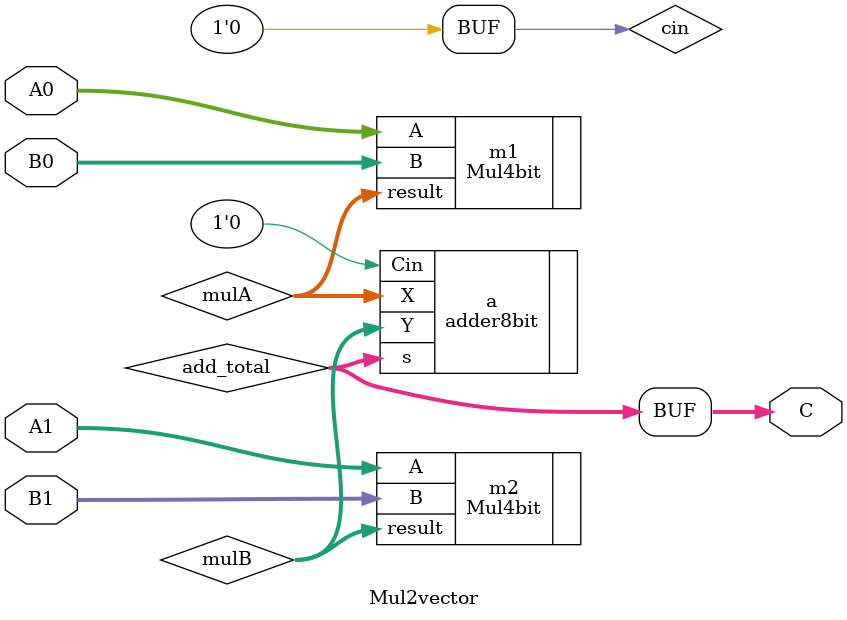
<source format=v>
module Mul2vector(A0,A1,B0,B1,C);
	input [3:0] A0;
	input [3:0] A1;
	input [3:0] B0;
	input [3:0] B1;
	output wire [8:0] C;
	
	wire [7:0] mulA;
	wire [7:0] mulB;
	
	
	Mul4bit m1(.A(A0),.B(B0),.result(mulA));
	Mul4bit m2(.A(A1),.B(B1),.result(mulB));
	
	reg cin = 1'b0;
	
	wire [8:0] add_total;
	
	adder8bit a(.s(add_total),.X(mulA),.Y(mulB),.Cin(cin));
	
	assign C = add_total;
	
endmodule
</source>
